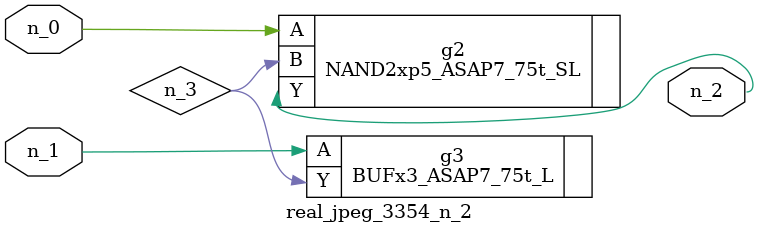
<source format=v>
module real_jpeg_3354_n_2 (n_1, n_0, n_2);

input n_1;
input n_0;

output n_2;

wire n_3;

NAND2xp5_ASAP7_75t_SL g2 ( 
.A(n_0),
.B(n_3),
.Y(n_2)
);

BUFx3_ASAP7_75t_L g3 ( 
.A(n_1),
.Y(n_3)
);


endmodule
</source>
